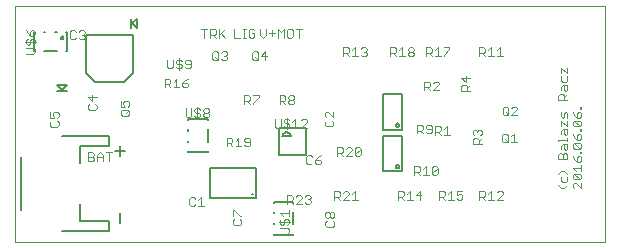
<source format=gto>
G75*
%MOIN*%
%OFA0B0*%
%FSLAX25Y25*%
%IPPOS*%
%LPD*%
%AMOC8*
5,1,8,0,0,1.08239X$1,22.5*
%
%ADD10C,0.00100*%
%ADD11C,0.00300*%
%ADD12C,0.00500*%
%ADD13C,0.00600*%
%ADD14C,0.00700*%
%ADD15C,0.00800*%
D10*
X0024791Y0037936D02*
X0221641Y0037936D01*
X0221641Y0116676D01*
X0024791Y0116676D01*
X0024791Y0037936D01*
D11*
X0049154Y0064897D02*
X0050605Y0064897D01*
X0051089Y0065381D01*
X0051089Y0065864D01*
X0050605Y0066348D01*
X0049154Y0066348D01*
X0050605Y0066348D02*
X0051089Y0066832D01*
X0051089Y0067316D01*
X0050605Y0067799D01*
X0049154Y0067799D01*
X0049154Y0064897D01*
X0052100Y0064897D02*
X0052100Y0066832D01*
X0053068Y0067799D01*
X0054035Y0066832D01*
X0054035Y0064897D01*
X0054035Y0066348D02*
X0052100Y0066348D01*
X0055047Y0067799D02*
X0056982Y0067799D01*
X0056014Y0067799D02*
X0056014Y0064897D01*
X0039326Y0076877D02*
X0038842Y0076393D01*
X0036907Y0076393D01*
X0036424Y0076877D01*
X0036424Y0077844D01*
X0036907Y0078328D01*
X0036424Y0079340D02*
X0037875Y0079340D01*
X0037391Y0080307D01*
X0037391Y0080791D01*
X0037875Y0081275D01*
X0038842Y0081275D01*
X0039326Y0080791D01*
X0039326Y0079823D01*
X0038842Y0079340D01*
X0038842Y0078328D02*
X0039326Y0077844D01*
X0039326Y0076877D01*
X0036424Y0079340D02*
X0036424Y0081275D01*
X0049092Y0082421D02*
X0049576Y0081937D01*
X0051511Y0081937D01*
X0051995Y0082421D01*
X0051995Y0083388D01*
X0051511Y0083872D01*
X0050543Y0084884D02*
X0050543Y0086818D01*
X0049092Y0086335D02*
X0050543Y0084884D01*
X0049576Y0083872D02*
X0049092Y0083388D01*
X0049092Y0082421D01*
X0049092Y0086335D02*
X0051995Y0086335D01*
X0059998Y0084929D02*
X0059998Y0082994D01*
X0061449Y0082994D01*
X0060965Y0083961D01*
X0060965Y0084445D01*
X0061449Y0084929D01*
X0062416Y0084929D01*
X0062900Y0084445D01*
X0062900Y0083477D01*
X0062416Y0082994D01*
X0062416Y0081982D02*
X0062900Y0081498D01*
X0062900Y0080531D01*
X0062416Y0080047D01*
X0060481Y0080047D01*
X0059998Y0080531D01*
X0059998Y0081498D01*
X0060481Y0081982D01*
X0062416Y0081982D01*
X0062900Y0081982D02*
X0061933Y0081015D01*
X0074704Y0089473D02*
X0074704Y0092375D01*
X0076155Y0092375D01*
X0076639Y0091891D01*
X0076639Y0090924D01*
X0076155Y0090440D01*
X0074704Y0090440D01*
X0075671Y0090440D02*
X0076639Y0089473D01*
X0077650Y0089473D02*
X0079585Y0089473D01*
X0078618Y0089473D02*
X0078618Y0092375D01*
X0077650Y0091408D01*
X0080597Y0090924D02*
X0082048Y0090924D01*
X0082532Y0090440D01*
X0082532Y0089956D01*
X0082048Y0089473D01*
X0081081Y0089473D01*
X0080597Y0089956D01*
X0080597Y0090924D01*
X0081564Y0091891D01*
X0082532Y0092375D01*
X0082856Y0095783D02*
X0081889Y0095783D01*
X0081405Y0096267D01*
X0080393Y0096267D02*
X0080393Y0096750D01*
X0079910Y0097234D01*
X0078942Y0097234D01*
X0078458Y0097718D01*
X0078458Y0098202D01*
X0078942Y0098685D01*
X0079910Y0098685D01*
X0080393Y0098202D01*
X0081405Y0098202D02*
X0081405Y0097718D01*
X0081889Y0097234D01*
X0083340Y0097234D01*
X0083340Y0098202D02*
X0082856Y0098685D01*
X0081889Y0098685D01*
X0081405Y0098202D01*
X0083340Y0098202D02*
X0083340Y0096267D01*
X0082856Y0095783D01*
X0080393Y0096267D02*
X0079910Y0095783D01*
X0078942Y0095783D01*
X0078458Y0096267D01*
X0077447Y0096267D02*
X0076963Y0095783D01*
X0075996Y0095783D01*
X0075512Y0096267D01*
X0075512Y0098685D01*
X0077447Y0098685D02*
X0077447Y0096267D01*
X0079426Y0095299D02*
X0079426Y0099169D01*
X0090630Y0099062D02*
X0091114Y0098578D01*
X0092081Y0098578D01*
X0092565Y0099062D01*
X0092565Y0100997D01*
X0092081Y0101481D01*
X0091114Y0101481D01*
X0090630Y0100997D01*
X0090630Y0099062D01*
X0091598Y0099546D02*
X0092565Y0098578D01*
X0093577Y0099062D02*
X0094060Y0098578D01*
X0095028Y0098578D01*
X0095512Y0099062D01*
X0095512Y0099546D01*
X0095028Y0100029D01*
X0094544Y0100029D01*
X0095028Y0100029D02*
X0095512Y0100513D01*
X0095512Y0100997D01*
X0095028Y0101481D01*
X0094060Y0101481D01*
X0093577Y0100997D01*
X0092842Y0105999D02*
X0092842Y0108902D01*
X0091830Y0108418D02*
X0091830Y0107451D01*
X0091347Y0106967D01*
X0089895Y0106967D01*
X0089895Y0105999D02*
X0089895Y0108902D01*
X0091347Y0108902D01*
X0091830Y0108418D01*
X0090863Y0106967D02*
X0091830Y0105999D01*
X0092842Y0106967D02*
X0094777Y0108902D01*
X0093326Y0107451D02*
X0094777Y0105999D01*
X0097776Y0105999D02*
X0099711Y0105999D01*
X0100722Y0105999D02*
X0101690Y0105999D01*
X0101206Y0105999D02*
X0101206Y0108902D01*
X0100722Y0108902D02*
X0101690Y0108902D01*
X0102687Y0108418D02*
X0102687Y0106483D01*
X0103170Y0105999D01*
X0104138Y0105999D01*
X0104622Y0106483D01*
X0104622Y0107451D01*
X0103654Y0107451D01*
X0102687Y0108418D02*
X0103170Y0108902D01*
X0104138Y0108902D01*
X0104622Y0108418D01*
X0106634Y0108902D02*
X0106634Y0106967D01*
X0107601Y0105999D01*
X0108569Y0106967D01*
X0108569Y0108902D01*
X0109580Y0107451D02*
X0111515Y0107451D01*
X0110548Y0108418D02*
X0110548Y0106483D01*
X0112539Y0105999D02*
X0112539Y0108902D01*
X0113507Y0107934D01*
X0114474Y0108902D01*
X0114474Y0105999D01*
X0115486Y0106483D02*
X0115970Y0105999D01*
X0116937Y0105999D01*
X0117421Y0106483D01*
X0117421Y0108418D01*
X0116937Y0108902D01*
X0115970Y0108902D01*
X0115486Y0108418D01*
X0115486Y0106483D01*
X0118433Y0108902D02*
X0120367Y0108902D01*
X0119400Y0108902D02*
X0119400Y0105999D01*
X0108295Y0101481D02*
X0106844Y0100029D01*
X0108779Y0100029D01*
X0108295Y0098578D02*
X0108295Y0101481D01*
X0105833Y0100997D02*
X0105833Y0099062D01*
X0105349Y0098578D01*
X0104381Y0098578D01*
X0103898Y0099062D01*
X0103898Y0100997D01*
X0104381Y0101481D01*
X0105349Y0101481D01*
X0105833Y0100997D01*
X0104865Y0099546D02*
X0105833Y0098578D01*
X0097776Y0105999D02*
X0097776Y0108902D01*
X0088884Y0108902D02*
X0086949Y0108902D01*
X0087916Y0108902D02*
X0087916Y0105999D01*
X0101181Y0086795D02*
X0102632Y0086795D01*
X0103116Y0086312D01*
X0103116Y0085344D01*
X0102632Y0084860D01*
X0101181Y0084860D01*
X0101181Y0083893D02*
X0101181Y0086795D01*
X0104128Y0086795D02*
X0106063Y0086795D01*
X0106063Y0086312D01*
X0104128Y0084377D01*
X0104128Y0083893D01*
X0103116Y0083893D02*
X0102149Y0084860D01*
X0111413Y0078925D02*
X0111413Y0076507D01*
X0111897Y0076023D01*
X0112865Y0076023D01*
X0113348Y0076507D01*
X0113348Y0078925D01*
X0114360Y0078442D02*
X0114844Y0078925D01*
X0115811Y0078925D01*
X0116295Y0078442D01*
X0115811Y0077474D02*
X0114844Y0077474D01*
X0114360Y0077958D01*
X0114360Y0078442D01*
X0115327Y0079409D02*
X0115327Y0075539D01*
X0114844Y0076023D02*
X0115811Y0076023D01*
X0116295Y0076507D01*
X0116295Y0076990D01*
X0115811Y0077474D01*
X0117307Y0077958D02*
X0118274Y0078925D01*
X0118274Y0076023D01*
X0117307Y0076023D02*
X0119241Y0076023D01*
X0120253Y0076023D02*
X0122188Y0077958D01*
X0122188Y0078442D01*
X0121704Y0078925D01*
X0120737Y0078925D01*
X0120253Y0078442D01*
X0120253Y0076023D02*
X0122188Y0076023D01*
X0128038Y0076955D02*
X0128522Y0076472D01*
X0130457Y0076472D01*
X0130940Y0076955D01*
X0130940Y0077923D01*
X0130457Y0078407D01*
X0130940Y0079418D02*
X0129005Y0081353D01*
X0128522Y0081353D01*
X0128038Y0080870D01*
X0128038Y0079902D01*
X0128522Y0079418D01*
X0128522Y0078407D02*
X0128038Y0077923D01*
X0128038Y0076955D01*
X0130940Y0079418D02*
X0130940Y0081353D01*
X0117874Y0084377D02*
X0117390Y0083893D01*
X0116422Y0083893D01*
X0115939Y0084377D01*
X0115939Y0084860D01*
X0116422Y0085344D01*
X0117390Y0085344D01*
X0117874Y0084860D01*
X0117874Y0084377D01*
X0117390Y0085344D02*
X0117874Y0085828D01*
X0117874Y0086312D01*
X0117390Y0086795D01*
X0116422Y0086795D01*
X0115939Y0086312D01*
X0115939Y0085828D01*
X0116422Y0085344D01*
X0114927Y0085344D02*
X0114443Y0084860D01*
X0112992Y0084860D01*
X0112992Y0083893D02*
X0112992Y0086795D01*
X0114443Y0086795D01*
X0114927Y0086312D01*
X0114927Y0085344D01*
X0113960Y0084860D02*
X0114927Y0083893D01*
X0114360Y0076507D02*
X0114844Y0076023D01*
X0103201Y0072206D02*
X0103201Y0070271D01*
X0102717Y0069788D01*
X0101750Y0069788D01*
X0101266Y0070271D01*
X0101750Y0071239D02*
X0103201Y0071239D01*
X0103201Y0072206D02*
X0102717Y0072690D01*
X0101750Y0072690D01*
X0101266Y0072206D01*
X0101266Y0071722D01*
X0101750Y0071239D01*
X0100255Y0069788D02*
X0098320Y0069788D01*
X0099287Y0069788D02*
X0099287Y0072690D01*
X0098320Y0071722D01*
X0097308Y0071239D02*
X0096824Y0070755D01*
X0095373Y0070755D01*
X0095373Y0069788D02*
X0095373Y0072690D01*
X0096824Y0072690D01*
X0097308Y0072206D01*
X0097308Y0071239D01*
X0096341Y0070755D02*
X0097308Y0069788D01*
X0089017Y0079551D02*
X0088049Y0079551D01*
X0087565Y0080035D01*
X0087565Y0080519D01*
X0088049Y0081003D01*
X0089017Y0081003D01*
X0089500Y0080519D01*
X0089500Y0080035D01*
X0089017Y0079551D01*
X0089017Y0081003D02*
X0089500Y0081486D01*
X0089500Y0081970D01*
X0089017Y0082454D01*
X0088049Y0082454D01*
X0087565Y0081970D01*
X0087565Y0081486D01*
X0088049Y0081003D01*
X0086554Y0080519D02*
X0086554Y0080035D01*
X0086070Y0079551D01*
X0085103Y0079551D01*
X0084619Y0080035D01*
X0083607Y0080035D02*
X0083607Y0082454D01*
X0084619Y0081970D02*
X0085103Y0082454D01*
X0086070Y0082454D01*
X0086554Y0081970D01*
X0086070Y0081003D02*
X0085103Y0081003D01*
X0084619Y0081486D01*
X0084619Y0081970D01*
X0085586Y0082938D02*
X0085586Y0079068D01*
X0086554Y0080519D02*
X0086070Y0081003D01*
X0083607Y0080035D02*
X0083124Y0079551D01*
X0082156Y0079551D01*
X0081672Y0080035D01*
X0081672Y0082454D01*
X0121942Y0066301D02*
X0121942Y0064366D01*
X0122425Y0063882D01*
X0123393Y0063882D01*
X0123877Y0064366D01*
X0124888Y0064366D02*
X0125372Y0063882D01*
X0126339Y0063882D01*
X0126823Y0064366D01*
X0126823Y0064849D01*
X0126339Y0065333D01*
X0124888Y0065333D01*
X0124888Y0064366D01*
X0124888Y0065333D02*
X0125856Y0066301D01*
X0126823Y0066784D01*
X0123877Y0066301D02*
X0123393Y0066784D01*
X0122425Y0066784D01*
X0121942Y0066301D01*
X0132225Y0066629D02*
X0132225Y0069532D01*
X0133676Y0069532D01*
X0134159Y0069048D01*
X0134159Y0068080D01*
X0133676Y0067597D01*
X0132225Y0067597D01*
X0133192Y0067597D02*
X0134159Y0066629D01*
X0135171Y0066629D02*
X0137106Y0068564D01*
X0137106Y0069048D01*
X0136622Y0069532D01*
X0135655Y0069532D01*
X0135171Y0069048D01*
X0138118Y0069048D02*
X0138118Y0067113D01*
X0140053Y0069048D01*
X0140053Y0067113D01*
X0139569Y0066629D01*
X0138601Y0066629D01*
X0138118Y0067113D01*
X0137106Y0066629D02*
X0135171Y0066629D01*
X0138118Y0069048D02*
X0138601Y0069532D01*
X0139569Y0069532D01*
X0140053Y0069048D01*
X0157874Y0063173D02*
X0157874Y0060271D01*
X0157874Y0061238D02*
X0159325Y0061238D01*
X0159809Y0061722D01*
X0159809Y0062690D01*
X0159325Y0063173D01*
X0157874Y0063173D01*
X0158842Y0061238D02*
X0159809Y0060271D01*
X0160821Y0060271D02*
X0162756Y0060271D01*
X0161788Y0060271D02*
X0161788Y0063173D01*
X0160821Y0062206D01*
X0163767Y0062690D02*
X0163767Y0060755D01*
X0165702Y0062690D01*
X0165702Y0060755D01*
X0165218Y0060271D01*
X0164251Y0060271D01*
X0163767Y0060755D01*
X0163767Y0062690D02*
X0164251Y0063173D01*
X0165218Y0063173D01*
X0165702Y0062690D01*
X0166142Y0054906D02*
X0167593Y0054906D01*
X0168077Y0054422D01*
X0168077Y0053454D01*
X0167593Y0052971D01*
X0166142Y0052971D01*
X0167109Y0052971D02*
X0168077Y0052003D01*
X0169088Y0052003D02*
X0171023Y0052003D01*
X0170056Y0052003D02*
X0170056Y0054906D01*
X0169088Y0053938D01*
X0166142Y0054906D02*
X0166142Y0052003D01*
X0172035Y0052487D02*
X0172519Y0052003D01*
X0173486Y0052003D01*
X0173970Y0052487D01*
X0173970Y0053454D01*
X0173486Y0053938D01*
X0173002Y0053938D01*
X0172035Y0053454D01*
X0172035Y0054906D01*
X0173970Y0054906D01*
X0179625Y0054973D02*
X0179625Y0052071D01*
X0179625Y0053038D02*
X0181076Y0053038D01*
X0181560Y0053522D01*
X0181560Y0054490D01*
X0181076Y0054973D01*
X0179625Y0054973D01*
X0182572Y0054006D02*
X0183539Y0054973D01*
X0183539Y0052071D01*
X0182572Y0052071D02*
X0184507Y0052071D01*
X0185518Y0052071D02*
X0187453Y0054006D01*
X0187453Y0054490D01*
X0186969Y0054973D01*
X0186002Y0054973D01*
X0185518Y0054490D01*
X0185518Y0052071D02*
X0187453Y0052071D01*
X0181560Y0052071D02*
X0180593Y0053038D01*
X0160288Y0053522D02*
X0158353Y0053522D01*
X0159804Y0054973D01*
X0159804Y0052071D01*
X0157341Y0052071D02*
X0155406Y0052071D01*
X0156374Y0052071D02*
X0156374Y0054973D01*
X0155406Y0054006D01*
X0154395Y0054490D02*
X0154395Y0053522D01*
X0153911Y0053038D01*
X0152460Y0053038D01*
X0152460Y0052071D02*
X0152460Y0054973D01*
X0153911Y0054973D01*
X0154395Y0054490D01*
X0153427Y0053038D02*
X0154395Y0052071D01*
X0139068Y0051865D02*
X0137133Y0051865D01*
X0138101Y0051865D02*
X0138101Y0054768D01*
X0137133Y0053800D01*
X0136122Y0053800D02*
X0136122Y0054284D01*
X0135638Y0054768D01*
X0134671Y0054768D01*
X0134187Y0054284D01*
X0133175Y0054284D02*
X0133175Y0053317D01*
X0132691Y0052833D01*
X0131240Y0052833D01*
X0131240Y0051865D02*
X0131240Y0054768D01*
X0132691Y0054768D01*
X0133175Y0054284D01*
X0132208Y0052833D02*
X0133175Y0051865D01*
X0134187Y0051865D02*
X0136122Y0053800D01*
X0136122Y0051865D02*
X0134187Y0051865D01*
X0130704Y0047901D02*
X0131188Y0047417D01*
X0131188Y0046450D01*
X0130704Y0045966D01*
X0130220Y0045966D01*
X0129736Y0046450D01*
X0129736Y0047417D01*
X0130220Y0047901D01*
X0130704Y0047901D01*
X0129736Y0047417D02*
X0129253Y0047901D01*
X0128769Y0047901D01*
X0128285Y0047417D01*
X0128285Y0046450D01*
X0128769Y0045966D01*
X0129253Y0045966D01*
X0129736Y0046450D01*
X0128769Y0044955D02*
X0128285Y0044471D01*
X0128285Y0043503D01*
X0128769Y0043020D01*
X0130704Y0043020D01*
X0131188Y0043503D01*
X0131188Y0044471D01*
X0130704Y0044955D01*
X0123339Y0051118D02*
X0122855Y0050634D01*
X0121888Y0050634D01*
X0121404Y0051118D01*
X0120392Y0050634D02*
X0118457Y0050634D01*
X0120392Y0052569D01*
X0120392Y0053053D01*
X0119909Y0053536D01*
X0118941Y0053536D01*
X0118457Y0053053D01*
X0117446Y0053053D02*
X0117446Y0052085D01*
X0116962Y0051601D01*
X0115511Y0051601D01*
X0115511Y0050634D02*
X0115511Y0053536D01*
X0116962Y0053536D01*
X0117446Y0053053D01*
X0116478Y0051601D02*
X0117446Y0050634D01*
X0116050Y0048511D02*
X0116050Y0046576D01*
X0116050Y0047544D02*
X0113147Y0047544D01*
X0114115Y0046576D01*
X0113631Y0045565D02*
X0113147Y0045081D01*
X0113147Y0044114D01*
X0113631Y0043630D01*
X0114115Y0043630D01*
X0114598Y0044114D01*
X0114598Y0045081D01*
X0115082Y0045565D01*
X0115566Y0045565D01*
X0116050Y0045081D01*
X0116050Y0044114D01*
X0115566Y0043630D01*
X0115566Y0042618D02*
X0113147Y0042618D01*
X0112663Y0044597D02*
X0116533Y0044597D01*
X0115566Y0042618D02*
X0116050Y0042135D01*
X0116050Y0041167D01*
X0115566Y0040683D01*
X0113147Y0040683D01*
X0100223Y0044035D02*
X0099739Y0043551D01*
X0097804Y0043551D01*
X0097320Y0044035D01*
X0097320Y0045002D01*
X0097804Y0045486D01*
X0097320Y0046498D02*
X0097320Y0048433D01*
X0097804Y0048433D01*
X0099739Y0046498D01*
X0100223Y0046498D01*
X0099739Y0045486D02*
X0100223Y0045002D01*
X0100223Y0044035D01*
X0087815Y0049976D02*
X0085880Y0049976D01*
X0086847Y0049976D02*
X0086847Y0052878D01*
X0085880Y0051911D01*
X0084868Y0052394D02*
X0084384Y0052878D01*
X0083417Y0052878D01*
X0082933Y0052394D01*
X0082933Y0050459D01*
X0083417Y0049976D01*
X0084384Y0049976D01*
X0084868Y0050459D01*
X0121404Y0053053D02*
X0121888Y0053536D01*
X0122855Y0053536D01*
X0123339Y0053053D01*
X0123339Y0052569D01*
X0122855Y0052085D01*
X0123339Y0051601D01*
X0123339Y0051118D01*
X0122855Y0052085D02*
X0122371Y0052085D01*
X0158799Y0074110D02*
X0158799Y0077012D01*
X0160251Y0077012D01*
X0160734Y0076528D01*
X0160734Y0075561D01*
X0160251Y0075077D01*
X0158799Y0075077D01*
X0159767Y0075077D02*
X0160734Y0074110D01*
X0161746Y0074593D02*
X0162230Y0074110D01*
X0163197Y0074110D01*
X0163681Y0074593D01*
X0163681Y0076528D01*
X0163197Y0077012D01*
X0162230Y0077012D01*
X0161746Y0076528D01*
X0161746Y0076045D01*
X0162230Y0075561D01*
X0163681Y0075561D01*
X0164855Y0074692D02*
X0166306Y0074692D01*
X0166790Y0075176D01*
X0166790Y0076143D01*
X0166306Y0076627D01*
X0164855Y0076627D01*
X0164855Y0073725D01*
X0165823Y0074692D02*
X0166790Y0073725D01*
X0167802Y0073725D02*
X0169737Y0073725D01*
X0168769Y0073725D02*
X0168769Y0076627D01*
X0167802Y0075659D01*
X0177439Y0074917D02*
X0177439Y0073950D01*
X0177922Y0073466D01*
X0177922Y0072455D02*
X0178890Y0072455D01*
X0179374Y0071971D01*
X0179374Y0070520D01*
X0180341Y0070520D02*
X0177439Y0070520D01*
X0177439Y0071971D01*
X0177922Y0072455D01*
X0179374Y0071487D02*
X0180341Y0072455D01*
X0179857Y0073466D02*
X0180341Y0073950D01*
X0180341Y0074917D01*
X0179857Y0075401D01*
X0179374Y0075401D01*
X0178890Y0074917D01*
X0178890Y0074434D01*
X0178890Y0074917D02*
X0178406Y0075401D01*
X0177922Y0075401D01*
X0177439Y0074917D01*
X0187126Y0073595D02*
X0187126Y0071660D01*
X0187610Y0071176D01*
X0188577Y0071176D01*
X0189061Y0071660D01*
X0189061Y0073595D01*
X0188577Y0074079D01*
X0187610Y0074079D01*
X0187126Y0073595D01*
X0188094Y0072144D02*
X0189061Y0071176D01*
X0190073Y0071176D02*
X0192008Y0071176D01*
X0191040Y0071176D02*
X0191040Y0074079D01*
X0190073Y0073111D01*
X0190302Y0080162D02*
X0192237Y0082096D01*
X0192237Y0082580D01*
X0191753Y0083064D01*
X0190785Y0083064D01*
X0190302Y0082580D01*
X0189290Y0082580D02*
X0189290Y0080645D01*
X0188806Y0080162D01*
X0187839Y0080162D01*
X0187355Y0080645D01*
X0187355Y0082580D01*
X0187839Y0083064D01*
X0188806Y0083064D01*
X0189290Y0082580D01*
X0188323Y0081129D02*
X0189290Y0080162D01*
X0190302Y0080162D02*
X0192237Y0080162D01*
X0205915Y0085268D02*
X0205915Y0086719D01*
X0206399Y0087203D01*
X0207366Y0087203D01*
X0207850Y0086719D01*
X0207850Y0085268D01*
X0207850Y0086235D02*
X0208817Y0087203D01*
X0208334Y0088214D02*
X0207850Y0088698D01*
X0207850Y0090149D01*
X0207366Y0090149D02*
X0208817Y0090149D01*
X0208817Y0088698D01*
X0208334Y0088214D01*
X0206882Y0088698D02*
X0206882Y0089665D01*
X0207366Y0090149D01*
X0207366Y0091161D02*
X0208334Y0091161D01*
X0208817Y0091644D01*
X0208817Y0093096D01*
X0208817Y0094107D02*
X0208817Y0096042D01*
X0206882Y0096042D02*
X0208817Y0094107D01*
X0206882Y0094107D02*
X0206882Y0096042D01*
X0206882Y0093096D02*
X0206882Y0091644D01*
X0207366Y0091161D01*
X0208817Y0085268D02*
X0205915Y0085268D01*
X0213134Y0082805D02*
X0213134Y0082321D01*
X0213617Y0082321D01*
X0213617Y0082805D01*
X0213134Y0082805D01*
X0213134Y0081310D02*
X0212650Y0081310D01*
X0212166Y0080826D01*
X0212166Y0079375D01*
X0213134Y0079375D01*
X0213617Y0079858D01*
X0213617Y0080826D01*
X0213134Y0081310D01*
X0211199Y0080342D02*
X0212166Y0079375D01*
X0211199Y0080342D02*
X0210715Y0081310D01*
X0208817Y0080826D02*
X0208817Y0079375D01*
X0208817Y0078363D02*
X0208817Y0076428D01*
X0206882Y0078363D01*
X0206882Y0076428D01*
X0207366Y0075417D02*
X0208817Y0075417D01*
X0208817Y0073965D01*
X0208334Y0073482D01*
X0207850Y0073965D01*
X0207850Y0075417D01*
X0207366Y0075417D02*
X0206882Y0074933D01*
X0206882Y0073965D01*
X0205915Y0072001D02*
X0208817Y0072001D01*
X0208817Y0071517D02*
X0208817Y0072485D01*
X0208817Y0070506D02*
X0207366Y0070506D01*
X0206882Y0070022D01*
X0206882Y0069054D01*
X0207850Y0069054D02*
X0207850Y0070506D01*
X0208817Y0070506D02*
X0208817Y0069054D01*
X0208334Y0068571D01*
X0207850Y0069054D01*
X0207850Y0067559D02*
X0207366Y0067075D01*
X0207366Y0065624D01*
X0205915Y0065624D02*
X0205915Y0067075D01*
X0206399Y0067559D01*
X0206882Y0067559D01*
X0207366Y0067075D01*
X0207850Y0067559D02*
X0208334Y0067559D01*
X0208817Y0067075D01*
X0208817Y0065624D01*
X0205915Y0065624D01*
X0210715Y0066577D02*
X0211199Y0065609D01*
X0212166Y0064642D01*
X0212166Y0066093D01*
X0212650Y0066577D01*
X0213134Y0066577D01*
X0213617Y0066093D01*
X0213617Y0065126D01*
X0213134Y0064642D01*
X0212166Y0064642D01*
X0213617Y0063630D02*
X0213617Y0061695D01*
X0213617Y0062663D02*
X0210715Y0062663D01*
X0211682Y0061695D01*
X0211199Y0060684D02*
X0213134Y0058749D01*
X0213617Y0059233D01*
X0213617Y0060200D01*
X0213134Y0060684D01*
X0211199Y0060684D01*
X0210715Y0060200D01*
X0210715Y0059233D01*
X0211199Y0058749D01*
X0213134Y0058749D01*
X0213617Y0057737D02*
X0213617Y0055802D01*
X0211682Y0057737D01*
X0211199Y0057737D01*
X0210715Y0057254D01*
X0210715Y0056286D01*
X0211199Y0055802D01*
X0208817Y0056770D02*
X0207850Y0055802D01*
X0206882Y0055802D01*
X0205915Y0056770D01*
X0207366Y0057767D02*
X0208334Y0057767D01*
X0208817Y0058251D01*
X0208817Y0059702D01*
X0208817Y0060713D02*
X0207850Y0061681D01*
X0206882Y0061681D01*
X0205915Y0060713D01*
X0206882Y0059702D02*
X0206882Y0058251D01*
X0207366Y0057767D01*
X0213134Y0067589D02*
X0213134Y0068072D01*
X0213617Y0068072D01*
X0213617Y0067589D01*
X0213134Y0067589D01*
X0213134Y0069062D02*
X0211199Y0069062D01*
X0210715Y0069546D01*
X0210715Y0070513D01*
X0211199Y0070997D01*
X0213134Y0069062D01*
X0213617Y0069546D01*
X0213617Y0070513D01*
X0213134Y0070997D01*
X0211199Y0070997D01*
X0212166Y0072008D02*
X0212166Y0073460D01*
X0212650Y0073943D01*
X0213134Y0073943D01*
X0213617Y0073460D01*
X0213617Y0072492D01*
X0213134Y0072008D01*
X0212166Y0072008D01*
X0211199Y0072976D01*
X0210715Y0073943D01*
X0213134Y0074955D02*
X0213134Y0075439D01*
X0213617Y0075439D01*
X0213617Y0074955D01*
X0213134Y0074955D01*
X0213134Y0076428D02*
X0211199Y0076428D01*
X0210715Y0076912D01*
X0210715Y0077879D01*
X0211199Y0078363D01*
X0213134Y0076428D01*
X0213617Y0076912D01*
X0213617Y0077879D01*
X0213134Y0078363D01*
X0211199Y0078363D01*
X0207850Y0079858D02*
X0207366Y0079375D01*
X0206882Y0079858D01*
X0206882Y0081310D01*
X0207850Y0080826D02*
X0207850Y0079858D01*
X0207850Y0080826D02*
X0208334Y0081310D01*
X0208817Y0080826D01*
X0205915Y0072001D02*
X0205915Y0071517D01*
X0176463Y0088295D02*
X0173561Y0088295D01*
X0173561Y0089746D01*
X0174044Y0090230D01*
X0175012Y0090230D01*
X0175496Y0089746D01*
X0175496Y0088295D01*
X0175496Y0089263D02*
X0176463Y0090230D01*
X0175012Y0091242D02*
X0175012Y0093177D01*
X0176463Y0092693D02*
X0173561Y0092693D01*
X0175012Y0091242D01*
X0166193Y0090907D02*
X0165710Y0091391D01*
X0164742Y0091391D01*
X0164258Y0090907D01*
X0163247Y0090907D02*
X0163247Y0089940D01*
X0162763Y0089456D01*
X0161312Y0089456D01*
X0162279Y0089456D02*
X0163247Y0088488D01*
X0164258Y0088488D02*
X0166193Y0090423D01*
X0166193Y0090907D01*
X0163247Y0090907D02*
X0162763Y0091391D01*
X0161312Y0091391D01*
X0161312Y0088488D01*
X0164258Y0088488D02*
X0166193Y0088488D01*
X0166652Y0099847D02*
X0164717Y0099847D01*
X0165685Y0099847D02*
X0165685Y0102749D01*
X0164717Y0101782D01*
X0163706Y0102265D02*
X0163706Y0101298D01*
X0163222Y0100814D01*
X0161771Y0100814D01*
X0162738Y0100814D02*
X0163706Y0099847D01*
X0161771Y0099847D02*
X0161771Y0102749D01*
X0163222Y0102749D01*
X0163706Y0102265D01*
X0167664Y0102749D02*
X0169599Y0102749D01*
X0169599Y0102265D01*
X0167664Y0100330D01*
X0167664Y0099847D01*
X0157788Y0100330D02*
X0157304Y0099847D01*
X0156337Y0099847D01*
X0155853Y0100330D01*
X0155853Y0100814D01*
X0156337Y0101298D01*
X0157304Y0101298D01*
X0157788Y0100814D01*
X0157788Y0100330D01*
X0157304Y0101298D02*
X0157788Y0101782D01*
X0157788Y0102265D01*
X0157304Y0102749D01*
X0156337Y0102749D01*
X0155853Y0102265D01*
X0155853Y0101782D01*
X0156337Y0101298D01*
X0154841Y0099847D02*
X0152906Y0099847D01*
X0153874Y0099847D02*
X0153874Y0102749D01*
X0152906Y0101782D01*
X0151895Y0102265D02*
X0151895Y0101298D01*
X0151411Y0100814D01*
X0149960Y0100814D01*
X0150927Y0100814D02*
X0151895Y0099847D01*
X0149960Y0099847D02*
X0149960Y0102749D01*
X0151411Y0102749D01*
X0151895Y0102265D01*
X0142040Y0102265D02*
X0142040Y0101782D01*
X0141556Y0101298D01*
X0142040Y0100814D01*
X0142040Y0100330D01*
X0141556Y0099847D01*
X0140588Y0099847D01*
X0140105Y0100330D01*
X0139093Y0099847D02*
X0137158Y0099847D01*
X0138126Y0099847D02*
X0138126Y0102749D01*
X0137158Y0101782D01*
X0136147Y0102265D02*
X0136147Y0101298D01*
X0135663Y0100814D01*
X0134212Y0100814D01*
X0135179Y0100814D02*
X0136147Y0099847D01*
X0134212Y0099847D02*
X0134212Y0102749D01*
X0135663Y0102749D01*
X0136147Y0102265D01*
X0140105Y0102265D02*
X0140588Y0102749D01*
X0141556Y0102749D01*
X0142040Y0102265D01*
X0141556Y0101298D02*
X0141072Y0101298D01*
X0179487Y0100814D02*
X0180939Y0100814D01*
X0181422Y0101298D01*
X0181422Y0102265D01*
X0180939Y0102749D01*
X0179487Y0102749D01*
X0179487Y0099847D01*
X0180455Y0100814D02*
X0181422Y0099847D01*
X0182434Y0099847D02*
X0184369Y0099847D01*
X0183401Y0099847D02*
X0183401Y0102749D01*
X0182434Y0101782D01*
X0185380Y0101782D02*
X0186348Y0102749D01*
X0186348Y0099847D01*
X0187315Y0099847D02*
X0185380Y0099847D01*
X0047992Y0106030D02*
X0047508Y0105547D01*
X0046541Y0105547D01*
X0046057Y0106030D01*
X0045045Y0106030D02*
X0044562Y0105547D01*
X0043594Y0105547D01*
X0043110Y0106030D01*
X0043110Y0107965D01*
X0043594Y0108449D01*
X0044562Y0108449D01*
X0045045Y0107965D01*
X0046057Y0107965D02*
X0046541Y0108449D01*
X0047508Y0108449D01*
X0047992Y0107965D01*
X0047992Y0107482D01*
X0047508Y0106998D01*
X0047992Y0106514D01*
X0047992Y0106030D01*
X0047508Y0106998D02*
X0047024Y0106998D01*
X0031888Y0104637D02*
X0028018Y0104637D01*
X0028502Y0105120D02*
X0028985Y0105604D01*
X0028502Y0105120D02*
X0028502Y0104153D01*
X0028985Y0103669D01*
X0029469Y0103669D01*
X0029953Y0104153D01*
X0029953Y0105120D01*
X0030437Y0105604D01*
X0030920Y0105604D01*
X0031404Y0105120D01*
X0031404Y0104153D01*
X0030920Y0103669D01*
X0030920Y0102658D02*
X0028502Y0102658D01*
X0030920Y0102658D02*
X0031404Y0102174D01*
X0031404Y0101206D01*
X0030920Y0100723D01*
X0028502Y0100723D01*
X0029953Y0106616D02*
X0029953Y0108067D01*
X0030437Y0108551D01*
X0030920Y0108551D01*
X0031404Y0108067D01*
X0031404Y0107100D01*
X0030920Y0106616D01*
X0029953Y0106616D01*
X0028985Y0107583D01*
X0028502Y0108551D01*
D12*
X0040145Y0106046D02*
X0040147Y0106085D01*
X0040153Y0106124D01*
X0040163Y0106162D01*
X0040176Y0106199D01*
X0040193Y0106234D01*
X0040213Y0106268D01*
X0040237Y0106299D01*
X0040264Y0106328D01*
X0040293Y0106354D01*
X0040325Y0106377D01*
X0040359Y0106397D01*
X0040395Y0106413D01*
X0040432Y0106425D01*
X0040471Y0106434D01*
X0040510Y0106439D01*
X0040549Y0106440D01*
X0040588Y0106437D01*
X0040627Y0106430D01*
X0040664Y0106419D01*
X0040701Y0106405D01*
X0040736Y0106387D01*
X0040769Y0106366D01*
X0040800Y0106341D01*
X0040828Y0106314D01*
X0040853Y0106284D01*
X0040875Y0106251D01*
X0040894Y0106217D01*
X0040909Y0106181D01*
X0040921Y0106143D01*
X0040929Y0106105D01*
X0040933Y0106066D01*
X0040933Y0106026D01*
X0040929Y0105987D01*
X0040921Y0105949D01*
X0040909Y0105911D01*
X0040894Y0105875D01*
X0040875Y0105841D01*
X0040853Y0105808D01*
X0040828Y0105778D01*
X0040800Y0105751D01*
X0040769Y0105726D01*
X0040736Y0105705D01*
X0040701Y0105687D01*
X0040664Y0105673D01*
X0040627Y0105662D01*
X0040588Y0105655D01*
X0040549Y0105652D01*
X0040510Y0105653D01*
X0040471Y0105658D01*
X0040432Y0105667D01*
X0040395Y0105679D01*
X0040359Y0105695D01*
X0040325Y0105715D01*
X0040293Y0105738D01*
X0040264Y0105764D01*
X0040237Y0105793D01*
X0040213Y0105824D01*
X0040193Y0105858D01*
X0040176Y0105893D01*
X0040163Y0105930D01*
X0040153Y0105968D01*
X0040147Y0106007D01*
X0040145Y0106046D01*
X0048413Y0106834D02*
X0048413Y0094235D01*
X0051563Y0091086D01*
X0061012Y0091086D01*
X0064161Y0094235D01*
X0064161Y0106834D01*
X0048413Y0106834D01*
X0063374Y0109196D02*
X0063374Y0112345D01*
X0063767Y0110771D02*
X0065342Y0112345D01*
X0065342Y0109196D01*
X0063767Y0110771D01*
X0042114Y0090298D02*
X0038964Y0090298D01*
X0040539Y0088723D01*
X0042114Y0090298D01*
X0042114Y0088330D02*
X0038964Y0088330D01*
X0040539Y0073133D02*
X0056287Y0073133D01*
X0056287Y0069786D01*
X0046445Y0069786D01*
X0046445Y0064275D01*
X0026760Y0066243D02*
X0026760Y0048526D01*
X0040539Y0041637D02*
X0056287Y0041637D01*
X0056287Y0044983D01*
X0046445Y0044983D01*
X0046445Y0050495D01*
X0089949Y0052503D02*
X0105303Y0052503D01*
X0105303Y0062739D01*
X0089949Y0062739D01*
X0089949Y0052503D01*
X0103793Y0053881D02*
X0103795Y0053903D01*
X0103801Y0053925D01*
X0103810Y0053945D01*
X0103822Y0053964D01*
X0103838Y0053980D01*
X0103856Y0053993D01*
X0103876Y0054003D01*
X0103897Y0054010D01*
X0103919Y0054013D01*
X0103942Y0054012D01*
X0103964Y0054007D01*
X0103984Y0053999D01*
X0104003Y0053987D01*
X0104020Y0053972D01*
X0104034Y0053955D01*
X0104045Y0053935D01*
X0104053Y0053914D01*
X0104057Y0053892D01*
X0104057Y0053870D01*
X0104053Y0053848D01*
X0104045Y0053827D01*
X0104034Y0053807D01*
X0104020Y0053790D01*
X0104003Y0053775D01*
X0103984Y0053763D01*
X0103964Y0053755D01*
X0103942Y0053750D01*
X0103919Y0053749D01*
X0103897Y0053752D01*
X0103876Y0053759D01*
X0103856Y0053769D01*
X0103838Y0053782D01*
X0103822Y0053798D01*
X0103810Y0053817D01*
X0103801Y0053837D01*
X0103795Y0053859D01*
X0103793Y0053881D01*
X0147626Y0061558D02*
X0147626Y0073369D01*
X0153925Y0073369D01*
X0153925Y0061558D01*
X0147626Y0061558D01*
X0151793Y0063133D02*
X0151795Y0063180D01*
X0151801Y0063226D01*
X0151810Y0063272D01*
X0151824Y0063316D01*
X0151841Y0063360D01*
X0151862Y0063401D01*
X0151886Y0063441D01*
X0151913Y0063479D01*
X0151944Y0063514D01*
X0151977Y0063547D01*
X0152013Y0063577D01*
X0152052Y0063603D01*
X0152092Y0063627D01*
X0152134Y0063646D01*
X0152178Y0063663D01*
X0152223Y0063675D01*
X0152269Y0063684D01*
X0152315Y0063689D01*
X0152362Y0063690D01*
X0152408Y0063687D01*
X0152454Y0063680D01*
X0152500Y0063669D01*
X0152544Y0063655D01*
X0152587Y0063637D01*
X0152628Y0063615D01*
X0152668Y0063590D01*
X0152705Y0063562D01*
X0152740Y0063531D01*
X0152772Y0063497D01*
X0152801Y0063460D01*
X0152826Y0063422D01*
X0152849Y0063381D01*
X0152868Y0063338D01*
X0152883Y0063294D01*
X0152895Y0063249D01*
X0152903Y0063203D01*
X0152907Y0063156D01*
X0152907Y0063110D01*
X0152903Y0063063D01*
X0152895Y0063017D01*
X0152883Y0062972D01*
X0152868Y0062928D01*
X0152849Y0062885D01*
X0152826Y0062844D01*
X0152801Y0062806D01*
X0152772Y0062769D01*
X0152740Y0062735D01*
X0152705Y0062704D01*
X0152668Y0062676D01*
X0152629Y0062651D01*
X0152587Y0062629D01*
X0152544Y0062611D01*
X0152500Y0062597D01*
X0152454Y0062586D01*
X0152408Y0062579D01*
X0152362Y0062576D01*
X0152315Y0062577D01*
X0152269Y0062582D01*
X0152223Y0062591D01*
X0152178Y0062603D01*
X0152134Y0062620D01*
X0152092Y0062639D01*
X0152052Y0062663D01*
X0152013Y0062689D01*
X0151977Y0062719D01*
X0151944Y0062752D01*
X0151913Y0062787D01*
X0151886Y0062825D01*
X0151862Y0062865D01*
X0151841Y0062906D01*
X0151824Y0062950D01*
X0151810Y0062994D01*
X0151801Y0063040D01*
X0151795Y0063086D01*
X0151793Y0063133D01*
X0153925Y0075338D02*
X0147626Y0075338D01*
X0147626Y0087149D01*
X0153925Y0087149D01*
X0153925Y0075338D01*
X0151793Y0076912D02*
X0151795Y0076959D01*
X0151801Y0077005D01*
X0151810Y0077051D01*
X0151824Y0077095D01*
X0151841Y0077139D01*
X0151862Y0077180D01*
X0151886Y0077220D01*
X0151913Y0077258D01*
X0151944Y0077293D01*
X0151977Y0077326D01*
X0152013Y0077356D01*
X0152052Y0077382D01*
X0152092Y0077406D01*
X0152134Y0077425D01*
X0152178Y0077442D01*
X0152223Y0077454D01*
X0152269Y0077463D01*
X0152315Y0077468D01*
X0152362Y0077469D01*
X0152408Y0077466D01*
X0152454Y0077459D01*
X0152500Y0077448D01*
X0152544Y0077434D01*
X0152587Y0077416D01*
X0152628Y0077394D01*
X0152668Y0077369D01*
X0152705Y0077341D01*
X0152740Y0077310D01*
X0152772Y0077276D01*
X0152801Y0077239D01*
X0152826Y0077201D01*
X0152849Y0077160D01*
X0152868Y0077117D01*
X0152883Y0077073D01*
X0152895Y0077028D01*
X0152903Y0076982D01*
X0152907Y0076935D01*
X0152907Y0076889D01*
X0152903Y0076842D01*
X0152895Y0076796D01*
X0152883Y0076751D01*
X0152868Y0076707D01*
X0152849Y0076664D01*
X0152826Y0076623D01*
X0152801Y0076585D01*
X0152772Y0076548D01*
X0152740Y0076514D01*
X0152705Y0076483D01*
X0152668Y0076455D01*
X0152629Y0076430D01*
X0152587Y0076408D01*
X0152544Y0076390D01*
X0152500Y0076376D01*
X0152454Y0076365D01*
X0152408Y0076358D01*
X0152362Y0076355D01*
X0152315Y0076356D01*
X0152269Y0076361D01*
X0152223Y0076370D01*
X0152178Y0076382D01*
X0152134Y0076399D01*
X0152092Y0076418D01*
X0152052Y0076442D01*
X0152013Y0076468D01*
X0151977Y0076498D01*
X0151944Y0076531D01*
X0151913Y0076566D01*
X0151886Y0076604D01*
X0151862Y0076644D01*
X0151841Y0076685D01*
X0151824Y0076729D01*
X0151810Y0076773D01*
X0151801Y0076819D01*
X0151795Y0076865D01*
X0151793Y0076912D01*
D13*
X0117547Y0051408D02*
X0111169Y0051408D01*
X0111169Y0051038D01*
X0111169Y0047865D02*
X0111169Y0047495D01*
X0111169Y0044125D02*
X0111169Y0043755D01*
X0111169Y0040582D02*
X0111169Y0040212D01*
X0117547Y0040212D01*
X0117547Y0040582D01*
X0117547Y0043755D02*
X0117547Y0047865D01*
X0117547Y0051038D02*
X0117547Y0051408D01*
X0089004Y0067771D02*
X0089004Y0068141D01*
X0089004Y0067771D02*
X0082626Y0067771D01*
X0082626Y0068141D01*
X0082626Y0071314D02*
X0082626Y0071684D01*
X0082626Y0075054D02*
X0082626Y0075424D01*
X0082626Y0078597D02*
X0082626Y0078967D01*
X0089004Y0078967D01*
X0089004Y0078597D01*
X0089004Y0075424D02*
X0089004Y0071314D01*
X0042200Y0101676D02*
X0041830Y0101676D01*
X0042200Y0101676D02*
X0042200Y0108054D01*
X0041830Y0108054D01*
X0038657Y0108054D02*
X0038287Y0108054D01*
X0034917Y0108054D02*
X0034547Y0108054D01*
X0031374Y0108054D02*
X0031004Y0108054D01*
X0031004Y0101676D01*
X0031374Y0101676D01*
X0034547Y0101676D02*
X0038657Y0101676D01*
D14*
X0059768Y0070004D02*
X0059768Y0066735D01*
X0058134Y0068369D02*
X0061403Y0068369D01*
X0059768Y0047504D02*
X0059768Y0044235D01*
D15*
X0112783Y0066873D02*
X0112783Y0075928D01*
X0121838Y0075928D01*
X0121838Y0066873D01*
X0112783Y0066873D01*
X0113964Y0073172D02*
X0116720Y0073172D01*
X0116718Y0073245D01*
X0116712Y0073318D01*
X0116702Y0073391D01*
X0116689Y0073463D01*
X0116671Y0073535D01*
X0116650Y0073605D01*
X0116625Y0073674D01*
X0116597Y0073741D01*
X0116565Y0073807D01*
X0116529Y0073872D01*
X0116490Y0073934D01*
X0116448Y0073994D01*
X0116403Y0074052D01*
X0116355Y0074107D01*
X0116303Y0074159D01*
X0116249Y0074209D01*
X0116193Y0074256D01*
X0116134Y0074300D01*
X0116073Y0074340D01*
X0116010Y0074377D01*
X0115945Y0074411D01*
X0115878Y0074442D01*
X0115809Y0074468D01*
X0115740Y0074491D01*
X0115669Y0074511D01*
X0115597Y0074526D01*
X0115525Y0074538D01*
X0115452Y0074546D01*
X0115379Y0074550D01*
X0115305Y0074550D01*
X0115232Y0074546D01*
X0115159Y0074538D01*
X0115087Y0074526D01*
X0115015Y0074511D01*
X0114944Y0074491D01*
X0114875Y0074468D01*
X0114806Y0074442D01*
X0114739Y0074411D01*
X0114674Y0074377D01*
X0114611Y0074340D01*
X0114550Y0074300D01*
X0114491Y0074256D01*
X0114435Y0074209D01*
X0114381Y0074159D01*
X0114329Y0074107D01*
X0114281Y0074052D01*
X0114236Y0073994D01*
X0114194Y0073934D01*
X0114155Y0073872D01*
X0114119Y0073807D01*
X0114087Y0073741D01*
X0114059Y0073674D01*
X0114034Y0073605D01*
X0114013Y0073535D01*
X0113995Y0073463D01*
X0113982Y0073391D01*
X0113972Y0073318D01*
X0113966Y0073245D01*
X0113964Y0073172D01*
M02*

</source>
